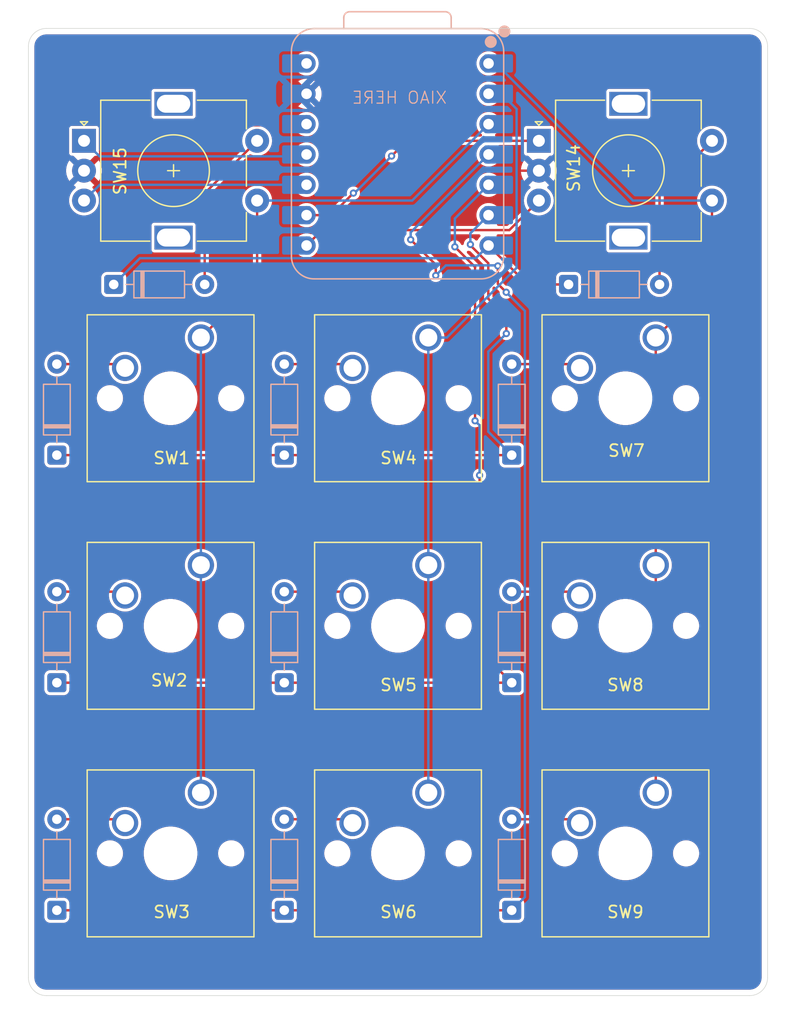
<source format=kicad_pcb>
(kicad_pcb (version 20241229) (generator "pcbnew") (generator_version "9.0")
  (layers (0 "F.Cu" signal) (2 "B.Cu" signal) (13 "F.Paste" user) (15 "B.Paste" user) (5 "F.SilkS" user "F.Silkscreen") (7 "B.SilkS" user "B.Silkscreen") (1 "F.Mask" user) (3 "B.Mask" user) (25 "Edge.Cuts" user))
  (net 0 "")
  (net 1 "Net-(D3-A)")
  (net 2 "ROW1")
  (net 3 "ROW2")
  (net 4 "Net-(D4-A)")
  (net 5 "Net-(D5-A)")
  (net 6 "ROW3")
  (net 7 "Net-(D7-A)")
  (net 8 "Net-(D8-A)")
  (net 9 "Net-(D9-A)")
  (net 10 "Net-(D11-A)")
  (net 11 "Net-(D1-A)")
  (net 12 "Net-(D2-A)")
  (net 13 "EC11_ONE_E")
  (net 14 "Net-(D6-A)")
  (net 15 "Net-(D10-A)")
  (net 16 "COL0")
  (net 17 "COL1")
  (net 18 "COL2")
  (net 19 "GND")
  (net 20 "Net-(U1-GPIO2{slash}SCK)")
  (net 21 "Net-(U1-GPIO1{slash}RX)")
  (net 22 "Net-(U1-GPIO4{slash}MISO)")
  (net 23 "Net-(U1-GPIO3{slash}MOSI)")
  (net 25 "+5V")
  (footprint "Button_Switch_Keyboard:SW_Cherry_MX_1.00u_PCB" (layer "F.Cu") (at 131.1275 118.745)
    (property "Reference" "SW2" (at -2.65625 9.64625 0) (layer "F.SilkS"))
    (property "Value" "SW_Push")
    (fp_line (start -9.525 -1.905) (end 4.445 -1.905) (stroke (width 0.12)) (layer "F.SilkS"))
    (fp_line (start -9.525 12.065) (end -9.525 -1.905) (stroke (width 0.12)) (layer "F.SilkS"))
    (fp_line (start 4.445 -1.905) (end 4.445 12.065) (stroke (width 0.12)) (layer "F.SilkS"))
    (fp_line (start 4.445 12.065) (end -9.525 12.065) (stroke (width 0.12)) (layer "F.SilkS"))
    (pad "" np_thru_hole circle (at -7.62 5.08) (size 1.7 1.7) (drill 1.7) (layers "*.Cu" "*.Mask"))
    (pad "" np_thru_hole circle (at -2.54 5.08) (size 4 4) (drill 4) (layers "*.Cu" "*.Mask"))
    (pad "" np_thru_hole circle (at 2.54 5.08) (size 1.7 1.7) (drill 1.7) (layers "*.Cu" "*.Mask"))
    (pad "1" thru_hole circle (at 0 0) (size 2.2 2.2) (drill 1.5) (layers "*.Cu" "*.Mask") (net 16 "COL0"))
    (pad "2" thru_hole circle (at -6.35 2.54) (size 2.2 2.2) (drill 1.5) (layers "*.Cu" "*.Mask") (net 12 "Net-(D2-A)"))
  )
  (footprint "Button_Switch_Keyboard:SW_Cherry_MX_1.00u_PCB" (layer "F.Cu") (at 169.2275 137.795)
    (property "Reference" "SW9" (at -2.54 9.98625 0) (layer "F.SilkS"))
    (property "Value" "SW_Push")
    (fp_line (start -9.525 -1.905) (end 4.445 -1.905) (stroke (width 0.12)) (layer "F.SilkS"))
    (fp_line (start -9.525 12.065) (end -9.525 -1.905) (stroke (width 0.12)) (layer "F.SilkS"))
    (fp_line (start 4.445 -1.905) (end 4.445 12.065) (stroke (width 0.12)) (layer "F.SilkS"))
    (fp_line (start 4.445 12.065) (end -9.525 12.065) (stroke (width 0.12)) (layer "F.SilkS"))
    (pad "" np_thru_hole circle (at -7.62 5.08) (size 1.7 1.7) (drill 1.7) (layers "*.Cu" "*.Mask"))
    (pad "" np_thru_hole circle (at -2.54 5.08) (size 4 4) (drill 4) (layers "*.Cu" "*.Mask"))
    (pad "" np_thru_hole circle (at 2.54 5.08) (size 1.7 1.7) (drill 1.7) (layers "*.Cu" "*.Mask"))
    (pad "1" thru_hole circle (at 0 0) (size 2.2 2.2) (drill 1.5) (layers "*.Cu" "*.Mask") (net 18 "COL2"))
    (pad "2" thru_hole circle (at -6.35 2.54) (size 2.2 2.2) (drill 1.5) (layers "*.Cu" "*.Mask") (net 9 "Net-(D9-A)"))
  )
  (footprint "Button_Switch_Keyboard:SW_Cherry_MX_1.00u_PCB" (layer "F.Cu") (at 150.1775 99.695)
    (property "Reference" "SW4" (at -2.49625 10.08625 0) (layer "F.SilkS"))
    (property "Value" "SW_Push")
    (fp_line (start -9.525 -1.905) (end 4.445 -1.905) (stroke (width 0.12)) (layer "F.SilkS"))
    (fp_line (start -9.525 12.065) (end -9.525 -1.905) (stroke (width 0.12)) (layer "F.SilkS"))
    (fp_line (start 4.445 -1.905) (end 4.445 12.065) (stroke (width 0.12)) (layer "F.SilkS"))
    (fp_line (start 4.445 12.065) (end -9.525 12.065) (stroke (width 0.12)) (layer "F.SilkS"))
    (pad "" np_thru_hole circle (at -7.62 5.08) (size 1.7 1.7) (drill 1.7) (layers "*.Cu" "*.Mask"))
    (pad "" np_thru_hole circle (at -2.54 5.08) (size 4 4) (drill 4) (layers "*.Cu" "*.Mask"))
    (pad "" np_thru_hole circle (at 2.54 5.08) (size 1.7 1.7) (drill 1.7) (layers "*.Cu" "*.Mask"))
    (pad "1" thru_hole circle (at 0 0) (size 2.2 2.2) (drill 1.5) (layers "*.Cu" "*.Mask") (net 17 "COL1"))
    (pad "2" thru_hole circle (at -6.35 2.54) (size 2.2 2.2) (drill 1.5) (layers "*.Cu" "*.Mask") (net 4 "Net-(D4-A)"))
  )
  (footprint "Button_Switch_Keyboard:SW_Cherry_MX_1.00u_PCB" (layer "F.Cu") (at 131.1275 99.695)
    (property "Reference" "SW1" (at -2.44625 10.08625 0) (layer "F.SilkS"))
    (property "Value" "SW_Push")
    (fp_line (start -9.525 -1.905) (end 4.445 -1.905) (stroke (width 0.12)) (layer "F.SilkS"))
    (fp_line (start -9.525 12.065) (end -9.525 -1.905) (stroke (width 0.12)) (layer "F.SilkS"))
    (fp_line (start 4.445 -1.905) (end 4.445 12.065) (stroke (width 0.12)) (layer "F.SilkS"))
    (fp_line (start 4.445 12.065) (end -9.525 12.065) (stroke (width 0.12)) (layer "F.SilkS"))
    (pad "" np_thru_hole circle (at -7.62 5.08) (size 1.7 1.7) (drill 1.7) (layers "*.Cu" "*.Mask"))
    (pad "" np_thru_hole circle (at -2.54 5.08) (size 4 4) (drill 4) (layers "*.Cu" "*.Mask"))
    (pad "" np_thru_hole circle (at 2.54 5.08) (size 1.7 1.7) (drill 1.7) (layers "*.Cu" "*.Mask"))
    (pad "1" thru_hole circle (at 0 0) (size 2.2 2.2) (drill 1.5) (layers "*.Cu" "*.Mask") (net 16 "COL0"))
    (pad "2" thru_hole circle (at -6.35 2.54) (size 2.2 2.2) (drill 1.5) (layers "*.Cu" "*.Mask") (net 11 "Net-(D1-A)"))
  )
  (footprint "Button_Switch_Keyboard:SW_Cherry_MX_1.00u_PCB" (layer "F.Cu") (at 131.1275 137.795)
    (property "Reference" "SW3" (at -2.44625 9.98625 0) (layer "F.SilkS"))
    (property "Value" "SW_Push")
    (fp_line (start -9.525 -1.905) (end 4.445 -1.905) (stroke (width 0.12)) (layer "F.SilkS"))
    (fp_line (start -9.525 12.065) (end -9.525 -1.905) (stroke (width 0.12)) (layer "F.SilkS"))
    (fp_line (start 4.445 -1.905) (end 4.445 12.065) (stroke (width 0.12)) (layer "F.SilkS"))
    (fp_line (start 4.445 12.065) (end -9.525 12.065) (stroke (width 0.12)) (layer "F.SilkS"))
    (pad "" np_thru_hole circle (at -7.62 5.08) (size 1.7 1.7) (drill 1.7) (layers "*.Cu" "*.Mask"))
    (pad "" np_thru_hole circle (at -2.54 5.08) (size 4 4) (drill 4) (layers "*.Cu" "*.Mask"))
    (pad "" np_thru_hole circle (at 2.54 5.08) (size 1.7 1.7) (drill 1.7) (layers "*.Cu" "*.Mask"))
    (pad "1" thru_hole circle (at 0 0) (size 2.2 2.2) (drill 1.5) (layers "*.Cu" "*.Mask") (net 16 "COL0"))
    (pad "2" thru_hole circle (at -6.35 2.54) (size 2.2 2.2) (drill 1.5) (layers "*.Cu" "*.Mask") (net 1 "Net-(D3-A)"))
  )
  (footprint "Button_Switch_Keyboard:SW_Cherry_MX_1.00u_PCB" (layer "F.Cu") (at 169.2275 118.745)
    (property "Reference" "SW8" (at -2.54 10.03625 0) (layer "F.SilkS"))
    (property "Value" "SW_Push")
    (fp_line (start -9.525 -1.905) (end 4.445 -1.905) (stroke (width 0.12)) (layer "F.SilkS"))
    (fp_line (start -9.525 12.065) (end -9.525 -1.905) (stroke (width 0.12)) (layer "F.SilkS"))
    (fp_line (start 4.445 -1.905) (end 4.445 12.065) (stroke (width 0.12)) (layer "F.SilkS"))
    (fp_line (start 4.445 12.065) (end -9.525 12.065) (stroke (width 0.12)) (layer "F.SilkS"))
    (pad "" np_thru_hole circle (at -7.62 5.08) (size 1.7 1.7) (drill 1.7) (layers "*.Cu" "*.Mask"))
    (pad "" np_thru_hole circle (at -2.54 5.08) (size 4 4) (drill 4) (layers "*.Cu" "*.Mask"))
    (pad "" np_thru_hole circle (at 2.54 5.08) (size 1.7 1.7) (drill 1.7) (layers "*.Cu" "*.Mask"))
    (pad "1" thru_hole circle (at 0 0) (size 2.2 2.2) (drill 1.5) (layers "*.Cu" "*.Mask") (net 18 "COL2"))
    (pad "2" thru_hole circle (at -6.35 2.54) (size 2.2 2.2) (drill 1.5) (layers "*.Cu" "*.Mask") (net 8 "Net-(D8-A)"))
  )
  (footprint "Button_Switch_Keyboard:SW_Cherry_MX_1.00u_PCB" (layer "F.Cu") (at 150.1775 137.795)
    (property "Reference" "SW6" (at -2.49625 9.98625 0) (layer "F.SilkS"))
    (property "Value" "SW_Push")
    (fp_line (start -9.525 -1.905) (end 4.445 -1.905) (stroke (width 0.12)) (layer "F.SilkS"))
    (fp_line (start -9.525 12.065) (end -9.525 -1.905) (stroke (width 0.12)) (layer "F.SilkS"))
    (fp_line (start 4.445 -1.905) (end 4.445 12.065) (stroke (width 0.12)) (layer "F.SilkS"))
    (fp_line (start 4.445 12.065) (end -9.525 12.065) (stroke (width 0.12)) (layer "F.SilkS"))
    (pad "" np_thru_hole circle (at -7.62 5.08) (size 1.7 1.7) (drill 1.7) (layers "*.Cu" "*.Mask"))
    (pad "" np_thru_hole circle (at -2.54 5.08) (size 4 4) (drill 4) (layers "*.Cu" "*.Mask"))
    (pad "" np_thru_hole circle (at 2.54 5.08) (size 1.7 1.7) (drill 1.7) (layers "*.Cu" "*.Mask"))
    (pad "1" thru_hole circle (at 0 0) (size 2.2 2.2) (drill 1.5) (layers "*.Cu" "*.Mask") (net 17 "COL1"))
    (pad "2" thru_hole circle (at -6.35 2.54) (size 2.2 2.2) (drill 1.5) (layers "*.Cu" "*.Mask") (net 14 "Net-(D6-A)"))
  )
  (footprint "Button_Switch_Keyboard:SW_Cherry_MX_1.00u_PCB" (layer "F.Cu") (at 169.2275 99.695)
    (property "Reference" "SW7" (at -2.45625 9.46625 0) (layer "F.SilkS"))
    (property "Value" "SW_Push")
    (fp_line (start -9.525 -1.905) (end 4.445 -1.905) (stroke (width 0.12)) (layer "F.SilkS"))
    (fp_line (start -9.525 12.065) (end -9.525 -1.905) (stroke (width 0.12)) (layer "F.SilkS"))
    (fp_line (start 4.445 -1.905) (end 4.445 12.065) (stroke (width 0.12)) (layer "F.SilkS"))
    (fp_line (start 4.445 12.065) (end -9.525 12.065) (stroke (width 0.12)) (layer "F.SilkS"))
    (pad "" np_thru_hole circle (at -7.62 5.08) (size 1.7 1.7) (drill 1.7) (layers "*.Cu" "*.Mask"))
    (pad "" np_thru_hole circle (at -2.54 5.08) (size 4 4) (drill 4) (layers "*.Cu" "*.Mask"))
    (pad "" np_thru_hole circle (at 2.54 5.08) (size 1.7 1.7) (drill 1.7) (layers "*.Cu" "*.Mask"))
    (pad "1" thru_hole circle (at 0 0) (size 2.2 2.2) (drill 1.5) (layers "*.Cu" "*.Mask") (net 18 "COL2"))
    (pad "2" thru_hole circle (at -6.35 2.54) (size 2.2 2.2) (drill 1.5) (layers "*.Cu" "*.Mask") (net 7 "Net-(D7-A)"))
  )
  (footprint "Rotary_Encoder:RotaryEncoder_Alps_EC11E-Switch_Vertical_H20mm" (layer "F.Cu") (at 121.3375 83.225)
    (property "Reference" "SW15" (at 3.02375 2.53625 90) (layer "F.SilkS"))
    (property "Value" "RotaryEncoder_Switch")
    (fp_line (start -0.3 -1.6) (end 0.3 -1.6) (stroke (width 0.12)) (layer "F.SilkS"))
    (fp_line (start 0 -1.3) (end -0.3 -1.6) (stroke (width 0.12)) (layer "F.SilkS"))
    (fp_line (start 0.3 -1.6) (end 0 -1.3) (stroke (width 0.12)) (layer "F.SilkS"))
    (fp_line (start 1.4 -3.4) (end 1.4 8.4) (stroke (width 0.12)) (layer "F.SilkS"))
    (fp_line (start 5.5 -3.4) (end 1.4 -3.4) (stroke (width 0.12)) (layer "F.SilkS"))
    (fp_line (start 5.5 8.4) (end 1.4 8.4) (stroke (width 0.12)) (layer "F.SilkS"))
    (fp_line (start 7 2.5) (end 8 2.5) (stroke (width 0.12)) (layer "F.SilkS"))
    (fp_line (start 7.5 2) (end 7.5 3) (stroke (width 0.12)) (layer "F.SilkS"))
    (fp_line (start 9.5 -3.4) (end 13.6 -3.4) (stroke (width 0.12)) (layer "F.SilkS"))
    (fp_line (start 13.6 -3.4) (end 13.6 -1) (stroke (width 0.12)) (layer "F.SilkS"))
    (fp_line (start 13.6 1.2) (end 13.6 3.8) (stroke (width 0.12)) (layer "F.SilkS"))
    (fp_line (start 13.6 6) (end 13.6 8.4) (stroke (width 0.12)) (layer "F.SilkS"))
    (fp_line (start 13.6 8.4) (end 9.5 8.4) (stroke (width 0.12)) (layer "F.SilkS"))
    (fp_circle (center 7.5 2.5) (end 10.5 2.5) (stroke (width 0.12)) (fill no) (layer "F.SilkS"))
    (pad "A" thru_hole rect (at 0 0) (size 2 2) (drill 1) (layers "*.Cu" "*.Mask") (net 23 "Net-(U1-GPIO3{slash}MOSI)"))
    (pad "B" thru_hole circle (at 0 5) (size 2 2) (drill 1) (layers "*.Cu" "*.Mask") (net 22 "Net-(U1-GPIO4{slash}MISO)"))
    (pad "C" thru_hole circle (at 0 2.5) (size 2 2) (drill 1) (layers "*.Cu" "*.Mask") (net 19 "GND"))
    (pad "MP" thru_hole rect (at 7.5 -3.1) (size 3.2 2) (drill oval 2.8 1.5) (layers "*.Cu" "*.Mask"))
    (pad "MP" thru_hole rect (at 7.5 8.1) (size 3.2 2) (drill oval 2.8 1.5) (layers "*.Cu" "*.Mask"))
    (pad "S1" thru_hole circle (at 14.5 5) (size 2 2) (drill 1) (layers "*.Cu" "*.Mask") (net 16 "COL0"))
    (pad "S2" thru_hole circle (at 14.5 0) (size 2 2) (drill 1) (layers "*.Cu" "*.Mask") (net 15 "Net-(D10-A)"))
  )
  (footprint "Rotary_Encoder:RotaryEncoder_Alps_EC11E-Switch_Vertical_H20mm" (layer "F.Cu") (at 159.4375 83.225)
    (property "Reference" "SW14" (at 2.92375 2.28625 90) (layer "F.SilkS"))
    (property "Value" "RotaryEncoder_Switch")
    (fp_line (start -0.3 -1.6) (end 0.3 -1.6) (stroke (width 0.12)) (layer "F.SilkS"))
    (fp_line (start 0 -1.3) (end -0.3 -1.6) (stroke (width 0.12)) (layer "F.SilkS"))
    (fp_line (start 0.3 -1.6) (end 0 -1.3) (stroke (width 0.12)) (layer "F.SilkS"))
    (fp_line (start 1.4 -3.4) (end 1.4 8.4) (stroke (width 0.12)) (layer "F.SilkS"))
    (fp_line (start 5.5 -3.4) (end 1.4 -3.4) (stroke (width 0.12)) (layer "F.SilkS"))
    (fp_line (start 5.5 8.4) (end 1.4 8.4) (stroke (width 0.12)) (layer "F.SilkS"))
    (fp_line (start 7 2.5) (end 8 2.5) (stroke (width 0.12)) (layer "F.SilkS"))
    (fp_line (start 7.5 2) (end 7.5 3) (stroke (width 0.12)) (layer "F.SilkS"))
    (fp_line (start 9.5 -3.4) (end 13.6 -3.4) (stroke (width 0.12)) (layer "F.SilkS"))
    (fp_line (start 13.6 -3.4) (end 13.6 -1) (stroke (width 0.12)) (layer "F.SilkS"))
    (fp_line (start 13.6 1.2) (end 13.6 3.8) (stroke (width 0.12)) (layer "F.SilkS"))
    (fp_line (start 13.6 6) (end 13.6 8.4) (stroke (width 0.12)) (layer "F.SilkS"))
    (fp_line (start 13.6 8.4) (end 9.5 8.4) (stroke (width 0.12)) (layer "F.SilkS"))
    (fp_circle (center 7.5 2.5) (end 10.5 2.5) (stroke (width 0.12)) (fill no) (layer "F.SilkS"))
    (pad "A" thru_hole rect (at 0 0) (size 2 2) (drill 1) (layers "*.Cu" "*.Mask") (net 20 "Net-(U1-GPIO2{slash}SCK)"))
    (pad "B" thru_hole circle (at 0 5) (size 2 2) (drill 1) (layers "*.Cu" "*.Mask") (net 21 "Net-(U1-GPIO1{slash}RX)"))
    (pad "C" thru_hole circle (at 0 2.5) (size 2 2) (drill 1) (layers "*.Cu" "*.Mask") (net 19 "GND"))
    (pad "MP" thru_hole rect (at 7.5 -3.1) (size 3.2 2) (drill oval 2.8 1.5) (layers "*.Cu" "*.Mask"))
    (pad "MP" thru_hole rect (at 7.5 8.1) (size 3.2 2) (drill oval 2.8 1.5) (layers "*.Cu" "*.Mask"))
    (pad "S1" thru_hole circle (at 14.5 5) (size 2 2) (drill 1) (layers "*.Cu" "*.Mask") (net 18 "COL2"))
    (pad "S2" thru_hole circle (at 14.5 0) (size 2 2) (drill 1) (layers "*.Cu" "*.Mask") (net 10 "Net-(D11-A)"))
  )
  (footprint "Button_Switch_Keyboard:SW_Cherry_MX_1.00u_PCB" (layer "F.Cu") (at 150.1775 118.745)
    (property "Reference" "SW5" (at -2.49625 10.03625 0) (layer "F.SilkS"))
    (property "Value" "SW_Push")
    (fp_line (start -9.525 -1.905) (end 4.445 -1.905) (stroke (width 0.12)) (layer "F.SilkS"))
    (fp_line (start -9.525 12.065) (end -9.525 -1.905) (stroke (width 0.12)) (layer "F.SilkS"))
    (fp_line (start 4.445 -1.905) (end 4.445 12.065) (stroke (width 0.12)) (layer "F.SilkS"))
    (fp_line (start 4.445 12.065) (end -9.525 12.065) (stroke (width 0.12)) (layer "F.SilkS"))
    (pad "" np_thru_hole circle (at -7.62 5.08) (size 1.7 1.7) (drill 1.7) (layers "*.Cu" "*.Mask"))
    (pad "" np_thru_hole circle (at -2.54 5.08) (size 4 4) (drill 4) (layers "*.Cu" "*.Mask"))
    (pad "" np_thru_hole circle (at 2.54 5.08) (size 1.7 1.7) (drill 1.7) (layers "*.Cu" "*.Mask"))
    (pad "1" thru_hole circle (at 0 0) (size 2.2 2.2) (drill 1.5) (layers "*.Cu" "*.Mask") (net 17 "COL1"))
    (pad "2" thru_hole circle (at -6.35 2.54) (size 2.2 2.2) (drill 1.5) (layers "*.Cu" "*.Mask") (net 5 "Net-(D5-A)"))
  )
  (footprint "Seeed Studio XIAO Series Library:XIAO-RP2040-DIP" (layer "B.Cu") (at 147.6 84.3685 180)
    (property "Reference" "U1" (hide yes))
    (property "Value" "XIAO-RP2040-DIP")
    (fp_line (start 8.89 -8.509) (end 8.89 8.636) (stroke (width 0.127)) (layer "B.SilkS"))
    (fp_line (start 6.985 10.541) (end -6.985 10.541) (stroke (width 0.1)) (layer "B.SilkS"))
    (fp_line (start 6.985 10.541) (end -6.985 10.541) (stroke (width 0.127)) (layer "B.SilkS"))
    (fp_line (start 4.504 11.451) (end 4.504 10.541) (stroke (width 0.127)) (layer "B.SilkS"))
    (fp_line (start -3.991272 11.951) (end 4.004 11.951) (stroke (width 0.127)) (layer "B.SilkS"))
    (fp_line (start -4.495 10.541) (end -4.491272 11.451272) (stroke (width 0.127)) (layer "B.SilkS"))
    (fp_line (start -6.985 -10.414) (end 6.985 -10.414) (stroke (width 0.127)) (layer "B.SilkS"))
    (fp_line (start -8.89 -8.509) (end -8.89 8.636) (stroke (width 0.127)) (layer "B.SilkS"))
    (fp_arc (start 8.89 8.636) (mid 8.332038 9.983038) (end 6.985 10.541) (stroke (width 0.127)) (layer "B.SilkS"))
    (fp_arc (start 6.985 -10.414) (mid 8.332038 -9.856038) (end 8.89 -8.509) (stroke (width 0.127)) (layer "B.SilkS"))
    (fp_arc (start 4.504 11.451) (mid 4.357553 11.804553) (end 4.004 11.951) (stroke (width 0.127)) (layer "B.SilkS"))
    (fp_arc (start -3.991272 11.951) (mid -4.344724 11.804644) (end -4.491272 11.451272) (stroke (width 0.127)) (layer "B.SilkS"))
    (fp_arc (start -6.985 10.541) (mid -8.332038 9.983038) (end -8.89 8.636) (stroke (width 0.127)) (layer "B.SilkS"))
    (fp_arc (start -8.89 -8.509) (mid -8.332038 -9.856038) (end -6.985 -10.414) (stroke (width 0.127)) (layer "B.SilkS"))
    (fp_circle (center -7.807 9.42) (end -7.807 9.674) (stroke (width 0.5)) (fill yes) (layer "B.SilkS"))
    (fp_circle (center -8.95 10.3) (end -8.95 10.554) (stroke (width 0.5)) (fill yes) (layer "B.SilkS"))
    (pad "1" smd roundrect (at -8.455 7.62) (size 2.432 1.524) (layers "B.Cu" "B.Mask") (roundrect_rratio 0.1) (net 18 "COL2"))
    (pad "1" thru_hole circle (at -7.62 7.62) (size 1.524 1.524) (drill 0.889) (layers "*.Cu" "*.Mask") (net 18 "COL2"))
    (pad "2" smd roundrect (at -8.455 5.08) (size 2.432 1.524) (layers "B.Cu" "B.Mask") (roundrect_rratio 0.1) (net 17 "COL1"))
    (pad "2" thru_hole circle (at -7.62 5.08) (size 1.524 1.524) (drill 0.889) (layers "*.Cu" "*.Mask") (net 17 "COL1"))
    (pad "3" smd roundrect (at -8.455 2.54) (size 2.432 1.524) (layers "B.Cu" "B.Mask") (roundrect_rratio 0.1) (net 16 "COL0"))
    (pad "3" thru_hole circle (at -7.62 2.54) (size 1.524 1.524) (drill 0.889) (layers "*.Cu" "*.Mask") (net 16 "COL0"))
    (pad "4" smd roundrect (at -8.455 0) (size 2.432 1.524) (layers "B.Cu" "B.Mask") (roundrect_rratio 0.1) (net 6 "ROW3"))
    (pad "4" thru_hole circle (at -7.62 0) (size 1.524 1.524) (drill 0.889) (layers "*.Cu" "*.Mask") (net 6 "ROW3"))
    (pad "5" smd roundrect (at -8.455 -2.54) (size 2.432 1.524) (layers "B.Cu" "B.Mask") (roundrect_rratio 0.1) (net 3 "ROW2"))
    (pad "5" thru_hole circle (at -7.62 -2.54) (size 1.524 1.524) (drill 0.889) (layers "*.Cu" "*.Mask") (net 3 "ROW2"))
    (pad "6" smd roundrect (at -8.455 -5.08) (size 2.432 1.524) (layers "B.Cu" "B.Mask") (roundrect_rratio 0.1) (net 2 "ROW1"))
    (pad "6" thru_hole circle (at -7.62 -5.08) (size 1.524 1.524) (drill 0.889) (layers "*.Cu" "*.Mask") (net 2 "ROW1"))
    (pad "7" smd roundrect (at -8.455 -7.62) (size 2.432 1.524) (layers "B.Cu" "B.Mask") (roundrect_rratio 0.1) (net 13 "EC11_ONE_E"))
    (pad "7" thru_hole circle (at -7.62 -7.62) (size 1.524 1.524) (drill 0.889) (layers "*.Cu" "*.Mask") (net 13 "EC11_ONE_E"))
    (pad "8" thru_hole circle (at 7.62 -7.62 180) (size 1.524 1.524) (drill 0.889) (layers "*.Cu" "*.Mask") (net 21 "Net-(U1-GPIO1{slash}RX)"))
    (pad "8" smd roundrect (at 8.455 -7.62 180) (size 2.432 1.524) (layers "B.Cu" "B.Mask") (roundrect_rratio 0.1) (net 21 "Net-(U1-GPIO1{slash}RX)"))
    (pad "9" thru_hole circle (at 7.62 -5.08 180) (size 1.524 1.524) (drill 0.889) (layers "*.Cu" "*.Mask") (net 20 "Net-(U1-GPIO2{slash}SCK)"))
    (pad "9" smd roundrect (at 8.455 -5.08 180) (size 2.432 1.524) (layers "B.Cu" "B.Mask") (roundrect_rratio 0.1) (net 20 "Net-(U1-GPIO2{slash}SCK)"))
    (pad "10" thru_hole circle (at 7.62 -2.54 180) (size 1.524 1.524) (drill 0.889) (layers "*.Cu" "*.Mask") (net 22 "Net-(U1-GPIO4{slash}MISO)"))
    (pad "10" smd roundrect (at 8.455 -2.54 180) (size 2.432 1.524) (layers "B.Cu" "B.Mask") (roundrect_rratio 0.1) (net 22 "Net-(U1-GPIO4{slash}MISO)"))
    (pad "11" thru_hole circle (at 7.62 0 180) (size 1.524 1.524) (drill 0.889) (layers "*.Cu" "*.Mask") (net 23 "Net-(U1-GPIO3{slash}MOSI)"))
    (pad "11" smd roundrect (at 8.455 0 180) (size 2.432 1.524) (layers "B.Cu" "B.Mask") (roundrect_rratio 0.1) (net 23 "Net-(U1-GPIO3{slash}MOSI)"))
    (pad "12" thru_hole circle (at 7.62 2.54 180) (size 1.524 1.524) (drill 0.889) (layers "*.Cu" "*.Mask"))
    (pad "12" smd roundrect (at 8.455 2.54 180) (size 2.432 1.524) (layers "B.Cu" "B.Mask") (roundrect_rratio 0.1))
    (pad "13" thru_hole circle (at 7.62 5.08 180) (size 1.524 1.524) (drill 0.889) (layers "*.Cu" "*.Mask") (net 19 "GND"))
    (pad "13" smd roundrect (at 8.455 5.08 180) (size 2.432 1.524) (layers "B.Cu" "B.Mask") (roundrect_rratio 0.1) (net 19 "GND"))
    (pad "14" thru_hole circle (at 7.62 7.62 180) (size 1.524 1.524) (drill 0.889) (layers "*.Cu" "*.Mask") (net 25 "+5V"))
    (pad "14" smd roundrect (at 8.455 7.62 180) (size 2.432 1.524) (layers "B.Cu" "B.Mask") (roundrect_rratio 0.1) (net 25 "+5V"))
  )
  (footprint "Diode_THT:D_DO-35_SOD27_P7.62mm_Horizontal" (layer "B.Cu") (at 119.0625 109.5375 90)
    (property "Reference" "D1" (hide yes))
    (property "Value" "1N4148")
    (fp_line (start 6.58 0) (end 5.93 0) (stroke (width 0.12)) (layer "B.SilkS"))
    (fp_line (start 1.04 0) (end 1.69 0) (stroke (width 0.12)) (layer "B.SilkS"))
    (fp_line (start 2.53 1.12) (end 2.53 -1.12) (stroke (width 0.12)) (layer "B.SilkS"))
    (fp_line (start 2.41 1.12) (end 2.41 -1.12) (stroke (width 0.12)) (layer "B.SilkS"))
    (fp_line (start 2.29 1.12) (end 2.29 -1.12) (stroke (width 0.12)) (layer "B.SilkS"))
    (fp_rect (start 1.69 1.12) (end 5.93 -1.12) (stroke (width 0.12)) (fill no) (layer "B.SilkS"))
    (pad "1" thru_hole roundrect (at 0 0 90) (size 1.6 1.6) (drill 0.8) (layers "*.Cu" "*.Mask") (roundrect_rratio 0.15625) (net 2 "ROW1"))
    (pad "2" thru_hole circle (at 7.62 0 90) (size 1.6 1.6) (drill 0.8) (layers "*.Cu" "*.Mask") (net 11 "Net-(D1-A)"))
  )
  (footprint "Diode_THT:D_DO-35_SOD27_P7.62mm_Horizontal" (layer "B.Cu") (at 138.1125 147.6375 90)
    (property "Reference" "D6" (hide yes))
    (property "Value" "1N4148")
    (fp_line (start 6.58 0) (end 5.93 0) (stroke (width 0.12)) (layer "B.SilkS"))
    (fp_line (start 1.04 0) (end 1.69 0) (stroke (width 0.12)) (layer "B.SilkS"))
    (fp_line (start 2.53 1.12) (end 2.53 -1.12) (stroke (width 0.12)) (layer "B.SilkS"))
    (fp_line (start 2.41 1.12) (end 2.41 -1.12) (stroke (width 0.12)) (layer "B.SilkS"))
    (fp_line (start 2.29 1.12) (end 2.29 -1.12) (stroke (width 0.12)) (layer "B.SilkS"))
    (fp_rect (start 1.69 1.12) (end 5.93 -1.12) (stroke (width 0.12)) (fill no) (layer "B.SilkS"))
    (pad "1" thru_hole roundrect (at 0 0 90) (size 1.6 1.6) (drill 0.8) (layers "*.Cu" "*.Mask") (roundrect_rratio 0.15625) (net 6 "ROW3"))
    (pad "2" thru_hole circle (at 7.62 0 90) (size 1.6 1.6) (drill 0.8) (layers "*.Cu" "*.Mask") (net 14 "Net-(D6-A)"))
  )
  (footprint "Diode_THT:D_DO-35_SOD27_P7.62mm_Horizontal" (layer "B.Cu") (at 161.925 95.25)
    (property "Reference" "D11" (hide yes))
    (property "Value" "1N4148")
    (fp_line (start 1.04 0) (end 1.69 0) (stroke (width 0.12)) (layer "B.SilkS"))
    (fp_line (start 2.29 1.12) (end 2.29 -1.12) (stroke (width 0.12)) (layer "B.SilkS"))
    (fp_line (start 2.41 1.12) (end 2.41 -1.12) (stroke (width 0.12)) (layer "B.SilkS"))
    (fp_line (start 2.53 1.12) (end 2.53 -1.12) (stroke (width 0.12)) (layer "B.SilkS"))
    (fp_line (start 6.58 0) (end 5.93 0) (stroke (width 0.12)) (layer "B.SilkS"))
    (fp_rect (start 1.69 1.12) (end 5.93 -1.12) (stroke (width 0.12)) (fill no) (layer "B.SilkS"))
    (pad "1" thru_hole roundrect (at 0 0) (size 1.6 1.6) (drill 0.8) (layers "*.Cu" "*.Mask") (roundrect_rratio 0.15625) (net 13 "EC11_ONE_E"))
    (pad "2" thru_hole circle (at 7.62 0) (size 1.6 1.6) (drill 0.8) (layers "*.Cu" "*.Mask") (net 10 "Net-(D11-A)"))
  )
  (footprint "Diode_THT:D_DO-35_SOD27_P7.62mm_Horizontal" (layer "B.Cu") (at 157.1625 147.6375 90)
    (property "Reference" "D9" (hide yes))
    (property "Value" "1N4148")
    (fp_line (start 6.58 0) (end 5.93 0) (stroke (width 0.12)) (layer "B.SilkS"))
    (fp_line (start 1.04 0) (end 1.69 0) (stroke (width 0.12)) (layer "B.SilkS"))
    (fp_line (start 2.53 1.12) (end 2.53 -1.12) (stroke (width 0.12)) (layer "B.SilkS"))
    (fp_line (start 2.41 1.12) (end 2.41 -1.12) (stroke (width 0.12)) (layer "B.SilkS"))
    (fp_line (start 2.29 1.12) (end 2.29 -1.12) (stroke (width 0.12)) (layer "B.SilkS"))
    (fp_rect (start 1.69 1.12) (end 5.93 -1.12) (stroke (width 0.12)) (fill no) (layer "B.SilkS"))
    (pad "1" thru_hole roundrect (at 0 0 90) (size 1.6 1.6) (drill 0.8) (layers "*.Cu" "*.Mask") (roundrect_rratio 0.15625) (net 6 "ROW3"))
    (pad "2" thru_hole circle (at 7.62 0 90) (size 1.6 1.6) (drill 0.8) (layers "*.Cu" "*.Mask") (net 9 "Net-(D9-A)"))
  )
  (footprint "Diode_THT:D_DO-35_SOD27_P7.62mm_Horizontal" (layer "B.Cu") (at 157.1625 109.5375 90)
    (property "Reference" "D7" (hide yes))
    (property "Value" "1N4148")
    (fp_line (start 6.58 0) (end 5.93 0) (stroke (width 0.12)) (layer "B.SilkS"))
    (fp_line (start 1.04 0) (end 1.69 0) (stroke (width 0.12)) (layer "B.SilkS"))
    (fp_line (start 2.53 1.12) (end 2.53 -1.12) (stroke (width 0.12)) (layer "B.SilkS"))
    (fp_line (start 2.41 1.12) (end 2.41 -1.12) (stroke (width 0.12)) (layer "B.SilkS"))
    (fp_line (start 2.29 1.12) (end 2.29 -1.12) (stroke (width 0.12)) (layer "B.SilkS"))
    (fp_rect (start 1.69 1.12) (end 5.93 -1.12) (stroke (width 0.12)) (fill no) (layer "B.SilkS"))
    (pad "1" thru_hole roundrect (at 0 0 90) (size 1.6 1.6) (drill 0.8) (layers "*.Cu" "*.Mask") (roundrect_rratio 0.15625) (net 2 "ROW1"))
    (pad "2" thru_hole circle (at 7.62 0 90) (size 1.6 1.6) (drill 0.8) (layers "*.Cu" "*.Mask") (net 7 "Net-(D7-A)"))
  )
  (footprint "Diode_THT:D_DO-35_SOD27_P7.62mm_Horizontal" (layer "B.Cu") (at 138.1125 109.5375 90)
    (property "Reference" "D4" (hide yes))
    (property "Value" "1N4148")
    (fp_line (start 6.58 0) (end 5.93 0) (stroke (width 0.12)) (layer "B.SilkS"))
    (fp_line (start 1.04 0) (end 1.69 0) (stroke (width 0.12)) (layer "B.SilkS"))
    (fp_line (start 2.53 1.12) (end 2.53 -1.12) (stroke (width 0.12)) (layer "B.SilkS"))
    (fp_line (start 2.41 1.12) (end 2.41 -1.12) (stroke (width 0.12)) (layer "B.SilkS"))
    (fp_line (start 2.29 1.12) (end 2.29 -1.12) (stroke (width 0.12)) (layer "B.SilkS"))
    (fp_rect (start 1.69 1.12) (end 5.93 -1.12) (stroke (width 0.12)) (fill no) (layer "B.SilkS"))
    (pad "1" thru_hole roundrect (at 0 0 90) (size 1.6 1.6) (drill 0.8) (layers "*.Cu" "*.Mask") (roundrect_rratio 0.15625) (net 2 "ROW1"))
    (pad "2" thru_hole circle (at 7.62 0 90) (size 1.6 1.6) (drill 0.8) (layers "*.Cu" "*.Mask") (net 4 "Net-(D4-A)"))
  )
  (footprint "Diode_THT:D_DO-35_SOD27_P7.62mm_Horizontal" (layer "B.Cu") (at 123.825 95.25)
    (property "Reference" "D10" (hide yes))
    (property "Value" "1N4148")
    (fp_line (start 1.04 0) (end 1.69 0) (stroke (width 0.12)) (layer "B.SilkS"))
    (fp_line (start 2.29 1.12) (end 2.29 -1.12) (stroke (width 0.12)) (layer "B.SilkS"))
    (fp_line (start 2.41 1.12) (end 2.41 -1.12) (stroke (width 0.12)) (layer "B.SilkS"))
    (fp_line (start 2.53 1.12) (end 2.53 -1.12) (stroke (width 0.12)) (layer "B.SilkS"))
    (fp_line (start 6.58 0) (end 5.93 0) (stroke (width 0.12)) (layer "B.SilkS"))
    (fp_rect (start 1.69 1.12) (end 5.93 -1.12) (stroke (width 0.12)) (fill no) (layer "B.SilkS"))
    (pad "1" thru_hole roundrect (at 0 0) (size 1.6 1.6) (drill 0.8) (layers "*.Cu" "*.Mask") (roundrect_rratio 0.15625) (net 13 "EC11_ONE_E"))
    (pad "2" thru_hole circle (at 7.62 0) (size 1.6 1.6) (drill 0.8) (layers "*.Cu" "*.Mask") (net 15 "Net-(D10-A)"))
  )
  (footprint "Diode_THT:D_DO-35_SOD27_P7.62mm_Horizontal" (layer "B.Cu") (at 157.1625 128.5875 90)
    (property "Reference" "D8" (hide yes))
    (property "Value" "1N4148")
    (fp_line (start 6.58 0) (end 5.93 0) (stroke (width 0.12)) (layer "B.SilkS"))
    (fp_line (start 1.04 0) (end 1.69 0) (stroke (width 0.12)) (layer "B.SilkS"))
    (fp_line (start 2.53 1.12) (end 2.53 -1.12) (stroke (width 0.12)) (layer "B.SilkS"))
    (fp_line (start 2.41 1.12) (end 2.41 -1.12) (stroke (width 0.12)) (layer "B.SilkS"))
    (fp_line (start 2.29 1.12) (end 2.29 -1.12) (stroke (width 0.12)) (layer "B.SilkS"))
    (fp_rect (start 1.69 1.12) (end 5.93 -1.12) (stroke (width 0.12)) (fill no) (layer "B.SilkS"))
    (pad "1" thru_hole roundrect (at 0 0 90) (size 1.6 1.6) (drill 0.8) (layers "*.Cu" "*.Mask") (roundrect_rratio 0.15625) (net 3 "ROW2"))
    (pad "2" thru_hole circle (at 7.62 0 90) (size 1.6 1.6) (drill 0.8) (layers "*.Cu" "*.Mask") (net 8 "Net-(D8-A)"))
  )
  (footprint "Diode_THT:D_DO-35_SOD27_P7.62mm_Horizontal" (layer "B.Cu") (at 138.1125 128.5875 90)
    (property "Reference" "D5" (hide yes))
    (property "Value" "1N4148")
    (fp_line (start 6.58 0) (end 5.93 0) (stroke (width 0.12)) (layer "B.SilkS"))
    (fp_line (start 1.04 0) (end 1.69 0) (stroke (width 0.12)) (layer "B.SilkS"))
    (fp_line (start 2.53 1.12) (end 2.53 -1.12) (stroke (width 0.12)) (layer "B.SilkS"))
    (fp_line (start 2.41 1.12) (end 2.41 -1.12) (stroke (width 0.12)) (layer "B.SilkS"))
    (fp_line (start 2.29 1.12) (end 2.29 -1.12) (stroke (width 0.12)) (layer "B.SilkS"))
    (fp_rect (start 1.69 1.12) (end 5.93 -1.12) (stroke (width 0.12)) (fill no) (layer "B.SilkS"))
    (pad "1" thru_hole roundrect (at 0 0 90) (size 1.6 1.6) (drill 0.8) (layers "*.Cu" "*.Mask") (roundrect_rratio 0.15625) (net 3 "ROW2"))
    (pad "2" thru_hole circle (at 7.62 0 90) (size 1.6 1.6) (drill 0.8) (layers "*.Cu" "*.Mask") (net 5 "Net-(D5-A)"))
  )
  (footprint "Diode_THT:D_DO-35_SOD27_P7.62mm_Horizontal" (layer "B.Cu") (at 119.0625 128.5875 90)
    (property "Reference" "D2" (hide yes))
    (property "Value" "1N4148")
    (fp_line (start 6.58 0) (end 5.93 0) (stroke (width 0.12)) (layer "B.SilkS"))
    (fp_line (start 1.04 0) (end 1.69 0) (stroke (width 0.12)) (layer "B.SilkS"))
    (fp_line (start 2.53 1.12) (end 2.53 -1.12) (stroke (width 0.12)) (layer "B.SilkS"))
    (fp_line (start 2.41 1.12) (end 2.41 -1.12) (stroke (width 0.12)) (layer "B.SilkS"))
    (fp_line (start 2.29 1.12) (end 2.29 -1.12) (stroke (width 0.12)) (layer "B.SilkS"))
    (fp_rect (start 1.69 1.12) (end 5.93 -1.12) (stroke (width 0.12)) (fill no) (layer "B.SilkS"))
    (pad "1" thru_hole roundrect (at 0 0 90) (size 1.6 1.6) (drill 0.8) (layers "*.Cu" "*.Mask") (roundrect_rratio 0.15625) (net 3 "ROW2"))
    (pad "2" thru_hole circle (at 7.62 0 90) (size 1.6 1.6) (drill 0.8) (layers "*.Cu" "*.Mask") (net 12 "Net-(D2-A)"))
  )
  (footprint "Diode_THT:D_DO-35_SOD27_P7.62mm_Horizontal" (layer "B.Cu") (at 119.0625 147.6375 90)
    (property "Reference" "D3" (hide yes))
    (property "Value" "1N4148")
    (fp_line (start 6.58 0) (end 5.93 0) (stroke (width 0.12)) (layer "B.SilkS"))
    (fp_line (start 1.04 0) (end 1.69 0) (stroke (width 0.12)) (layer "B.SilkS"))
    (fp_line (start 2.53 1.12) (end 2.53 -1.12) (stroke (width 0.12)) (layer "B.SilkS"))
    (fp_line (start 2.41 1.12) (end 2.41 -1.12) (stroke (width 0.12)) (layer "B.SilkS"))
    (fp_line (start 2.29 1.12) (end 2.29 -1.12) (stroke (width 0.12)) (layer "B.SilkS"))
    (fp_rect (start 1.69 1.12) (end 5.93 -1.12) (stroke (width 0.12)) (fill no) (layer "B.SilkS"))
    (pad "1" thru_hole roundrect (at 0 0 90) (size 1.6 1.6) (drill 0.8) (layers "*.Cu" "*.Mask") (roundrect_rratio 0.15625) (net 6 "ROW3"))
    (pad "2" thru_hole circle (at 7.62 0 90) (size 1.6 1.6) (drill 0.8) (layers "*.Cu" "*.Mask") (net 1 "Net-(D3-A)"))
  )
  (gr_line (start 178.59375 153.28125) (end 178.593749 75.31875) (stroke (width 0.05)) (layer "Edge.Cuts"))
  (gr_arc (start 178.59375 153.28125) (mid 178.15441 154.34191) (end 177.09375 154.78125) (stroke (width 0.05)) (layer "Edge.Cuts"))
  (gr_arc (start 116.68125 75.31875) (mid 117.12059 74.25809) (end 118.18125 73.81875) (stroke (width 0.05)) (layer "Edge.Cuts"))
  (gr_line (start 118.18125 154.78125) (end 177.09375 154.78125) (stroke (width 0.05)) (layer "Edge.Cuts"))
  (gr_arc (start 177.09375 73.81875) (mid 178.15441 74.25809) (end 178.59375 75.31875) (stroke (width 0.05)) (layer "Edge.Cuts"))
  (gr_line (start 177.09375 73.81875) (end 118.18125 73.818751) (stroke (width 0.05)) (layer "Edge.Cuts"))
  (gr_arc (start 118.18125 154.78125) (mid 117.12059 154.34191) (end 116.68125 153.28125) (stroke (width 0.05)) (layer "Edge.Cuts"))
  (gr_line (start 116.681251 75.31875) (end 116.68125 153.28125) (stroke (width 0.05)) (layer "Edge.Cuts"))
  (gr_text "XIAO HERE" (at 151.8 80.2 0) (layer "B.SilkS") (effects (font (size 1 1) (thickness 0.1)) (justify left bottom mirror)))
  (segment (start 124.46 140.0175) (end 124.7775 140.335) (width 0.2) (layer "F.Cu") (net 1))
  (segment (start 119.0625 140.0175) (end 124.46 140.0175) (width 0.2) (layer "F.Cu") (net 1))
  (segment (start 156.71125 99.36125) (end 156.71125 97.96125) (width 0.2) (layer "F.Cu") (net 2))
  (segment (start 119.0625 109.5375) (end 157.1625 109.5375) (width 0.2) (layer "F.Cu") (net 2))
  (segment (start 155.2 93.47181) (end 153.7 91.97181) (width 0.2) (layer "F.Cu") (net 2))
  (segment (start 156.71125 97.96125) (end 155.2 96.45) (width 0.2) (layer "F.Cu") (net 2))
  (segment (start 153.7 91.97181) (end 153.7 91.9) (width 0.2) (layer "F.Cu") (net 2))
  (segment (start 155.2 96.45) (end 155.2 93.47181) (width 0.2) (layer "F.Cu") (net 2))
  (via (at 156.71125 99.36125) (size 0.6) (drill 0.3) (layers "F.Cu" "B.Cu") (net 2))
  (via (at 153.7 91.9) (size 0.6) (drill 0.3) (layers "F.Cu" "B.Cu") (net 2))
  (segment (start 153.7 90.9685) (end 155.22 89.4485) (width 0.2) (layer "B.Cu") (net 2))
  (segment (start 153.7 91.9) (end 153.7 90.9685) (width 0.2) (layer "B.Cu") (net 2))
  (segment (start 155.2 107.575) (end 157.1625 109.5375) (width 0.2) (layer "B.Cu") (net 2))
  (segment (start 155.2 100.8725) (end 155.2 107.575) (width 0.2) (layer "B.Cu") (net 2))
  (segment (start 156.71125 99.36125) (end 155.2 100.8725) (width 0.2) (layer "B.Cu") (net 2))
  (segment (start 154.09125 93.80875) (end 154.1 93.8) (width 0.2) (layer "F.Cu") (net 3))
  (segment (start 119.0625 128.5875) (end 157.1625 128.5875) (width 0.2) (layer "F.Cu") (net 3))
  (segment (start 154.47125 125.89625) (end 154.47125 111.22125) (width 0.2) (layer "F.Cu") (net 3))
  (segment (start 154.09125 106.66125) (end 154.09125 93.80875) (width 0.2) (layer "F.Cu") (net 3))
  (segment (start 157.1625 128.5875) (end 154.47125 125.89625) (width 0.2) (layer "F.Cu") (net 3))
  (segment (start 154.09125 106.66125) (end 154.09125 106.74125) (width 0.2) (layer "F.Cu") (net 3))
  (segment (start 154.1 93.8) (end 152.4 92.1) (width 0.2) (layer "F.Cu") (net 3))
  (via (at 152.4 92.1) (size 0.6) (drill 0.3) (layers "F.Cu" "B.Cu") (net 3))
  (via (at 154.09125 106.66125) (size 0.6) (drill 0.3) (layers "F.Cu" "B.Cu") (net 3))
  (via (at 154.47125 111.22125) (size 0.6) (drill 0.3) (layers "F.Cu" "B.Cu") (net 3))
  (segment (start 152.4 89.7285) (end 155.22 86.9085) (width 0.2) (layer "B.Cu") (net 3))
  (segment (start 152.4 92.1) (end 152.4 89.7285) (width 0.2) (layer "B.Cu") (net 3))
  (segment (start 154.47125 111.22125) (end 154.47125 107.04125) (width 0.2) (layer "B.Cu") (net 3))
  (segment (start 154.47125 107.04125) (end 154.09125 106.66125) (width 0.2) (layer "B.Cu") (net 3))
  (segment (start 138.1125 101.9175) (end 143.51 101.9175) (width 0.2) (layer "F.Cu") (net 4))
  (segment (start 143.51 101.9175) (end 143.8275 102.235) (width 0.2) (layer "F.Cu") (net 4))
  (segment (start 138.1125 120.9675) (end 143.51 120.9675) (width 0.2) (layer "F.Cu") (net 5))
  (segment (start 143.51 120.9675) (end 143.8275 121.285) (width 0.2) (layer "F.Cu") (net 5))
  (segment (start 150.8 94.5) (end 150.8 93.6) (width 0.2) (layer "F.Cu") (net 6))
  (segment (start 156.7 95.9) (end 156 95.2) (width 0.2) (layer "F.Cu") (net 6))
  (segment (start 156 95.2) (end 156 93.7) (width 0.2) (layer "F.Cu") (net 6))
  (segment (start 119.0625 147.6375) (end 157.1625 147.6375) (width 0.2) (layer "F.Cu") (net 6))
  (segment (start 150.8 93.6) (end 148.7 91.5) (width 0.2) (layer "F.Cu") (net 6))
  (via (at 148.7 91.5) (size 0.6) (drill 0.3) (layers "F.Cu" "B.Cu") (net 6))
  (via (at 156 93.7) (size 0.6) (drill 0.3) (layers "F.Cu" "B.Cu") (net 6))
  (via (at 156.7 95.9) (size 0.6) (drill 0.3) (layers "F.Cu" "B.Cu") (net 6))
  (via (at 150.8 94.5) (size 0.6) (drill 0.3) (layers "F.Cu" "B.Cu") (net 6))
  (segment (start 157.1625 147.6375) (end 158.2635 146.5365) (width 0.2) (layer "B.Cu") (net 6))
  (segment (start 151.6485 93.6515) (end 150.8 94.5) (width 0.2) (layer "B.Cu") (net 6))
  (segment (start 148.7 91.5) (end 148.7 90.8885) (width 0.2) (layer "B.Cu") (net 6))
  (segment (start 148.7 90.8885) (end 155.22 84.3685) (width 0.2) (layer "B.Cu") (net 6))
  (segment (start 155.9515 93.6515) (end 151.6485 93.6515) (width 0.2) (layer "B.Cu") (net 6))
  (segment (start 158.2635 146.5365) (end 158.2635 97.4635) (width 0.2) (layer "B.Cu") (net 6))
  (segment (start 158.2635 97.4635) (end 156.7 95.9) (width 0.2) (layer "B.Cu") (net 6))
  (segment (start 156 93.7) (end 155.9515 93.6515) (width 0.2) (layer "B.Cu") (net 6))
  (segment (start 157.1625 101.9175) (end 162.56 101.9175) (width 0.2) (layer "F.Cu") (net 7))
  (segment (start 162.56 101.9175) (end 162.8775 102.235) (width 0.2) (layer "F.Cu") (net 7))
  (segment (start 157.1625 120.9675) (end 162.56 120.9675) (width 0.2) (layer "F.Cu") (net 8))
  (segment (start 162.56 120.9675) (end 162.8775 121.285) (width 0.2) (layer "F.Cu") (net 8))
  (segment (start 157.1625 140.0175) (end 162.56 140.0175) (width 0.2) (layer "F.Cu") (net 9))
  (segment (start 162.56 140.0175) (end 162.8775 140.335) (width 0.2) (layer "F.Cu") (net 9))
  (segment (start 169.545 87.6175) (end 173.9375 83.225) (width 0.2) (layer "F.Cu") (net 10))
  (segment (start 169.545 95.25) (end 169.545 87.6175) (width 0.2) (layer "F.Cu") (net 10))
  (segment (start 119.0625 101.9175) (end 124.46 101.9175) (width 0.2) (layer "F.Cu") (net 11))
  (segment (start 124.46 101.9175) (end 124.7775 102.235) (width 0.2) (layer "F.Cu") (net 11))
  (segment (start 119.0625 120.9675) (end 124.46 120.9675) (width 0.2) (layer "F.Cu") (net 12))
  (segment (start 124.46 120.9675) (end 124.7775 121.285) (width 0.2) (layer "F.Cu") (net 12))
  (segment (start 161.925 95.25) (end 158.4815 95.25) (width 0.2) (layer "F.Cu") (net 13))
  (segment (start 158.4815 95.25) (end 155.22 91.9885) (width 0.2) (layer "F.Cu") (net 13))
  (segment (start 126.0235 93.0515) (end 154.157 93.0515) (width 0.2) (layer "B.Cu") (net 13))
  (segment (start 123.825 95.25) (end 126.0235 93.0515) (width 0.2) (layer "B.Cu") (net 13))
  (segment (start 154.157 93.0515) (end 155.22 91.9885) (width 0.2) (layer "B.Cu") (net 13))
  (segment (start 143.51 140.0175) (end 143.8275 140.335) (width 0.2) (layer "F.Cu") (net 14))
  (segment (start 138.1125 140.0175) (end 143.51 140.0175) (width 0.2) (layer "F.Cu") (net 14))
  (segment (start 131.445 95.25) (end 131.445 87.6175) (width 0.2) (layer "F.Cu") (net 15))
  (segment (start 131.445 87.6175) (end 135.8375 83.225) (width 0.2) (layer "F.Cu") (net 15))
  (segment (start 135.8375 94.985) (end 131.1275 99.695) (width 0.2) (layer "F.Cu") (net 16))
  (segment (start 135.8375 88.225) (end 135.8375 94.985) (width 0.2) (layer "F.Cu") (net 16))
  (segment (start 131.1275 137.795) (end 131.1275 99.695) (width 0.2) (layer "B.Cu") (net 16))
  (segment (start 135.8375 88.225) (end 148.8235 88.225) (width 0.2) (layer "B.Cu") (net 16))
  (segment (start 148.8235 88.225) (end 155.22 81.8285) (width 0.2) (layer "B.Cu") (net 16))
  (segment (start 150.1775 99.695) (end 150.1775 137.795) (width 0.2) (layer "B.Cu") (net 17))
  (segment (start 151.733134 99.695) (end 150.1775 99.695) (width 0.2) (layer "B.Cu") (net 17))
  (segment (start 156.29763 79.2885) (end 157.572 80.56287) (width 0.2) (layer "B.Cu") (net 17))
  (segment (start 157.572 93.856134) (end 151.733134 99.695) (width 0.2) (layer "B.Cu") (net 17))
  (segment (start 157.572 80.56287) (end 157.572 93.856134) (width 0.2) (layer "B.Cu") (net 17))
  (segment (start 155.22 79.2885) (end 156.29763 79.2885) (width 0.2) (layer "B.Cu") (net 17))
  (segment (start 173.9375 94.985) (end 169.2275 99.695) (width 0.2) (layer "F.Cu") (net 18))
  (segment (start 169.2275 137.795) (end 169.2275 99.695) (width 0.2) (layer "F.Cu") (net 18))
  (segment (start 173.9375 88.225) (end 173.9375 94.985) (width 0.2) (layer "F.Cu") (net 18))
  (segment (start 155.833626 76.7485) (end 155.22 76.7485) (width 0.2) (layer "B.Cu") (net 18))
  (segment (start 173.9375 88.225) (end 167.310126 88.225) (width 0.2) (layer "B.Cu") (net 18))
  (segment (start 167.310126 88.225) (end 155.833626 76.7485) (width 0.2) (layer "B.Cu") (net 18))
  (segment (start 146.4165 85.725) (end 159.4375 85.725) (width 0.2) (layer "F.Cu") (net 19))
  (segment (start 139.98 79.2885) (end 146.4165 85.725) (width 0.2) (layer "F.Cu") (net 19))
  (segment (start 137.3445 81.924) (end 139.98 79.2885) (width 0.2) (layer "F.Cu") (net 19))
  (segment (start 125.1385 81.924) (end 137.3445 81.924) (width 0.2) (layer "F.Cu") (net 19))
  (segment (start 121.3375 85.725) (end 125.1385 81.924) (width 0.2) (layer "F.Cu") (net 19))
  (segment (start 143.9 87.6) (end 142.0515 89.4485) (width 0.2) (layer "F.Cu") (net 20))
  (segment (start 142.0515 89.4485) (end 139.98 89.4485) (width 0.2) (layer "F.Cu") (net 20))
  (segment (start 159.4375 83.225) (end 148.375 83.225) (width 0.2) (layer "F.Cu") (net 20))
  (segment (start 148.375 83.225) (end 147.1 84.5) (width 0.2) (layer "F.Cu") (net 20))
  (via (at 147.1 84.5) (size 0.6) (drill 0.3) (layers "F.Cu" "B.Cu") (net 20))
  (via (at 143.9 87.6) (size 0.6) (drill 0.3) (layers "F.Cu" "B.Cu") (net 20))
  (segment (start 144 87.6) (end 143.9 87.6) (width 0.2) (layer "B.Cu") (net 20))
  (segment (start 147.1 84.5) (end 144 87.6) (width 0.2) (layer "B.Cu") (net 20))
  (segment (start 159.4375 88.225) (end 156.9625 90.7) (width 0.2) (layer "F.Cu") (net 21))
  (segment (start 156.9625 90.7) (end 141.2685 90.7) (width 0.2) (layer "F.Cu") (net 21))
  (segment (start 141.2685 90.7) (end 139.98 91.9885) (width 0.2) (layer "F.Cu") (net 21))
  (segment (start 122.654 86.9085) (end 139.98 86.9085) (width 0.2) (layer "B.Cu") (net 22))
  (segment (start 121.3375 88.225) (end 122.654 86.9085) (width 0.2) (layer "B.Cu") (net 22))
  (segment (start 139.8225 84.526) (end 139.98 84.3685) (width 0.2) (layer "B.Cu") (net 23))
  (segment (start 121.3375 83.225) (end 122.6385 84.526) (width 0.2) (layer "B.Cu") (net 23))
  (segment (start 122.6385 84.526) (end 139.8225 84.526) (width 0.2) (layer "B.Cu") (net 23))
  (zone (net 19) (net_name "GND") (layers "F.Cu" "B.Cu") (connect_pads (clearance 0.25)) (min_thickness 0.25) (fill yes (thermal_gap 0.5) (thermal_bridge_width 0.5))
    (polygon (pts (xy 114.3 71.4375) (xy 180.975 71.4375) (xy 180.975 157.1625) (xy 114.3 157.1625)))
  )
)
</source>
